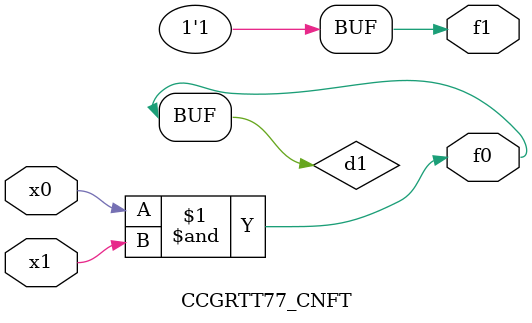
<source format=v>
module CCGRTT77_CNFT(
	input x0, x1,
	output f0, f1
);

	wire d1;

	assign f0 = d1;
	and (d1, x0, x1);
	assign f1 = 1'b1;
endmodule

</source>
